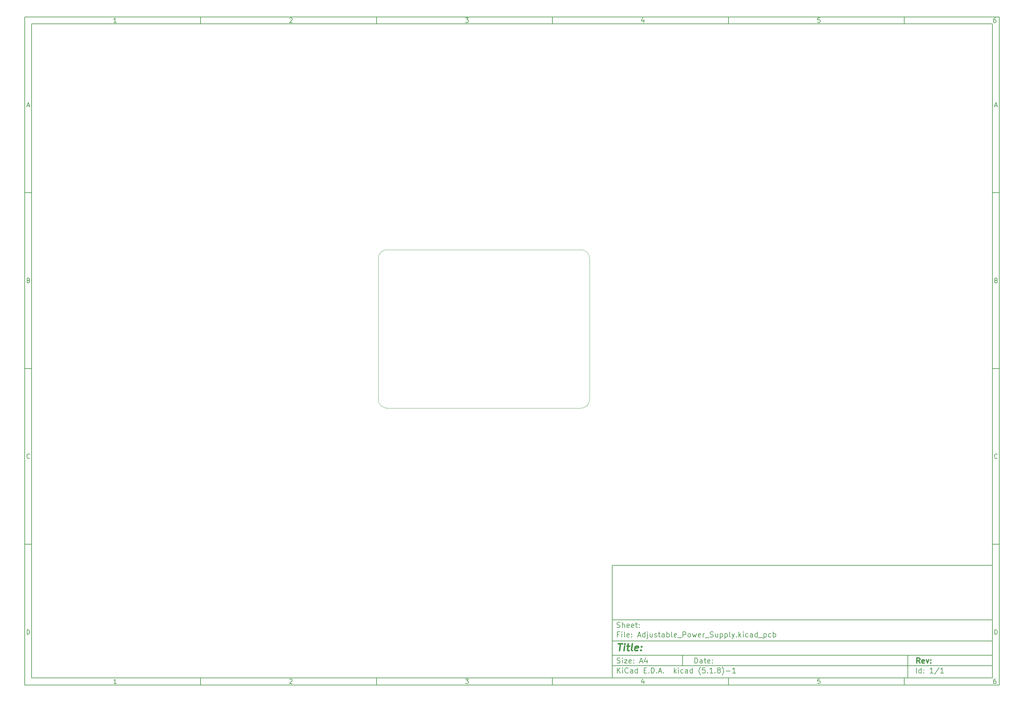
<source format=gm1>
%TF.GenerationSoftware,KiCad,Pcbnew,(5.1.8)-1*%
%TF.CreationDate,2021-07-18T20:21:09-07:00*%
%TF.ProjectId,Adjustable_Power_Supply,41646a75-7374-4616-926c-655f506f7765,rev?*%
%TF.SameCoordinates,Original*%
%TF.FileFunction,Profile,NP*%
%FSLAX46Y46*%
G04 Gerber Fmt 4.6, Leading zero omitted, Abs format (unit mm)*
G04 Created by KiCad (PCBNEW (5.1.8)-1) date 2021-07-18 20:21:09*
%MOMM*%
%LPD*%
G01*
G04 APERTURE LIST*
%ADD10C,0.100000*%
%ADD11C,0.150000*%
%ADD12C,0.300000*%
%ADD13C,0.400000*%
%TA.AperFunction,Profile*%
%ADD14C,0.050000*%
%TD*%
G04 APERTURE END LIST*
D10*
D11*
X177002200Y-166007200D02*
X177002200Y-198007200D01*
X285002200Y-198007200D01*
X285002200Y-166007200D01*
X177002200Y-166007200D01*
D10*
D11*
X10000000Y-10000000D02*
X10000000Y-200007200D01*
X287002200Y-200007200D01*
X287002200Y-10000000D01*
X10000000Y-10000000D01*
D10*
D11*
X12000000Y-12000000D02*
X12000000Y-198007200D01*
X285002200Y-198007200D01*
X285002200Y-12000000D01*
X12000000Y-12000000D01*
D10*
D11*
X60000000Y-12000000D02*
X60000000Y-10000000D01*
D10*
D11*
X110000000Y-12000000D02*
X110000000Y-10000000D01*
D10*
D11*
X160000000Y-12000000D02*
X160000000Y-10000000D01*
D10*
D11*
X210000000Y-12000000D02*
X210000000Y-10000000D01*
D10*
D11*
X260000000Y-12000000D02*
X260000000Y-10000000D01*
D10*
D11*
X36065476Y-11588095D02*
X35322619Y-11588095D01*
X35694047Y-11588095D02*
X35694047Y-10288095D01*
X35570238Y-10473809D01*
X35446428Y-10597619D01*
X35322619Y-10659523D01*
D10*
D11*
X85322619Y-10411904D02*
X85384523Y-10350000D01*
X85508333Y-10288095D01*
X85817857Y-10288095D01*
X85941666Y-10350000D01*
X86003571Y-10411904D01*
X86065476Y-10535714D01*
X86065476Y-10659523D01*
X86003571Y-10845238D01*
X85260714Y-11588095D01*
X86065476Y-11588095D01*
D10*
D11*
X135260714Y-10288095D02*
X136065476Y-10288095D01*
X135632142Y-10783333D01*
X135817857Y-10783333D01*
X135941666Y-10845238D01*
X136003571Y-10907142D01*
X136065476Y-11030952D01*
X136065476Y-11340476D01*
X136003571Y-11464285D01*
X135941666Y-11526190D01*
X135817857Y-11588095D01*
X135446428Y-11588095D01*
X135322619Y-11526190D01*
X135260714Y-11464285D01*
D10*
D11*
X185941666Y-10721428D02*
X185941666Y-11588095D01*
X185632142Y-10226190D02*
X185322619Y-11154761D01*
X186127380Y-11154761D01*
D10*
D11*
X236003571Y-10288095D02*
X235384523Y-10288095D01*
X235322619Y-10907142D01*
X235384523Y-10845238D01*
X235508333Y-10783333D01*
X235817857Y-10783333D01*
X235941666Y-10845238D01*
X236003571Y-10907142D01*
X236065476Y-11030952D01*
X236065476Y-11340476D01*
X236003571Y-11464285D01*
X235941666Y-11526190D01*
X235817857Y-11588095D01*
X235508333Y-11588095D01*
X235384523Y-11526190D01*
X235322619Y-11464285D01*
D10*
D11*
X285941666Y-10288095D02*
X285694047Y-10288095D01*
X285570238Y-10350000D01*
X285508333Y-10411904D01*
X285384523Y-10597619D01*
X285322619Y-10845238D01*
X285322619Y-11340476D01*
X285384523Y-11464285D01*
X285446428Y-11526190D01*
X285570238Y-11588095D01*
X285817857Y-11588095D01*
X285941666Y-11526190D01*
X286003571Y-11464285D01*
X286065476Y-11340476D01*
X286065476Y-11030952D01*
X286003571Y-10907142D01*
X285941666Y-10845238D01*
X285817857Y-10783333D01*
X285570238Y-10783333D01*
X285446428Y-10845238D01*
X285384523Y-10907142D01*
X285322619Y-11030952D01*
D10*
D11*
X60000000Y-198007200D02*
X60000000Y-200007200D01*
D10*
D11*
X110000000Y-198007200D02*
X110000000Y-200007200D01*
D10*
D11*
X160000000Y-198007200D02*
X160000000Y-200007200D01*
D10*
D11*
X210000000Y-198007200D02*
X210000000Y-200007200D01*
D10*
D11*
X260000000Y-198007200D02*
X260000000Y-200007200D01*
D10*
D11*
X36065476Y-199595295D02*
X35322619Y-199595295D01*
X35694047Y-199595295D02*
X35694047Y-198295295D01*
X35570238Y-198481009D01*
X35446428Y-198604819D01*
X35322619Y-198666723D01*
D10*
D11*
X85322619Y-198419104D02*
X85384523Y-198357200D01*
X85508333Y-198295295D01*
X85817857Y-198295295D01*
X85941666Y-198357200D01*
X86003571Y-198419104D01*
X86065476Y-198542914D01*
X86065476Y-198666723D01*
X86003571Y-198852438D01*
X85260714Y-199595295D01*
X86065476Y-199595295D01*
D10*
D11*
X135260714Y-198295295D02*
X136065476Y-198295295D01*
X135632142Y-198790533D01*
X135817857Y-198790533D01*
X135941666Y-198852438D01*
X136003571Y-198914342D01*
X136065476Y-199038152D01*
X136065476Y-199347676D01*
X136003571Y-199471485D01*
X135941666Y-199533390D01*
X135817857Y-199595295D01*
X135446428Y-199595295D01*
X135322619Y-199533390D01*
X135260714Y-199471485D01*
D10*
D11*
X185941666Y-198728628D02*
X185941666Y-199595295D01*
X185632142Y-198233390D02*
X185322619Y-199161961D01*
X186127380Y-199161961D01*
D10*
D11*
X236003571Y-198295295D02*
X235384523Y-198295295D01*
X235322619Y-198914342D01*
X235384523Y-198852438D01*
X235508333Y-198790533D01*
X235817857Y-198790533D01*
X235941666Y-198852438D01*
X236003571Y-198914342D01*
X236065476Y-199038152D01*
X236065476Y-199347676D01*
X236003571Y-199471485D01*
X235941666Y-199533390D01*
X235817857Y-199595295D01*
X235508333Y-199595295D01*
X235384523Y-199533390D01*
X235322619Y-199471485D01*
D10*
D11*
X285941666Y-198295295D02*
X285694047Y-198295295D01*
X285570238Y-198357200D01*
X285508333Y-198419104D01*
X285384523Y-198604819D01*
X285322619Y-198852438D01*
X285322619Y-199347676D01*
X285384523Y-199471485D01*
X285446428Y-199533390D01*
X285570238Y-199595295D01*
X285817857Y-199595295D01*
X285941666Y-199533390D01*
X286003571Y-199471485D01*
X286065476Y-199347676D01*
X286065476Y-199038152D01*
X286003571Y-198914342D01*
X285941666Y-198852438D01*
X285817857Y-198790533D01*
X285570238Y-198790533D01*
X285446428Y-198852438D01*
X285384523Y-198914342D01*
X285322619Y-199038152D01*
D10*
D11*
X10000000Y-60000000D02*
X12000000Y-60000000D01*
D10*
D11*
X10000000Y-110000000D02*
X12000000Y-110000000D01*
D10*
D11*
X10000000Y-160000000D02*
X12000000Y-160000000D01*
D10*
D11*
X10690476Y-35216666D02*
X11309523Y-35216666D01*
X10566666Y-35588095D02*
X11000000Y-34288095D01*
X11433333Y-35588095D01*
D10*
D11*
X11092857Y-84907142D02*
X11278571Y-84969047D01*
X11340476Y-85030952D01*
X11402380Y-85154761D01*
X11402380Y-85340476D01*
X11340476Y-85464285D01*
X11278571Y-85526190D01*
X11154761Y-85588095D01*
X10659523Y-85588095D01*
X10659523Y-84288095D01*
X11092857Y-84288095D01*
X11216666Y-84350000D01*
X11278571Y-84411904D01*
X11340476Y-84535714D01*
X11340476Y-84659523D01*
X11278571Y-84783333D01*
X11216666Y-84845238D01*
X11092857Y-84907142D01*
X10659523Y-84907142D01*
D10*
D11*
X11402380Y-135464285D02*
X11340476Y-135526190D01*
X11154761Y-135588095D01*
X11030952Y-135588095D01*
X10845238Y-135526190D01*
X10721428Y-135402380D01*
X10659523Y-135278571D01*
X10597619Y-135030952D01*
X10597619Y-134845238D01*
X10659523Y-134597619D01*
X10721428Y-134473809D01*
X10845238Y-134350000D01*
X11030952Y-134288095D01*
X11154761Y-134288095D01*
X11340476Y-134350000D01*
X11402380Y-134411904D01*
D10*
D11*
X10659523Y-185588095D02*
X10659523Y-184288095D01*
X10969047Y-184288095D01*
X11154761Y-184350000D01*
X11278571Y-184473809D01*
X11340476Y-184597619D01*
X11402380Y-184845238D01*
X11402380Y-185030952D01*
X11340476Y-185278571D01*
X11278571Y-185402380D01*
X11154761Y-185526190D01*
X10969047Y-185588095D01*
X10659523Y-185588095D01*
D10*
D11*
X287002200Y-60000000D02*
X285002200Y-60000000D01*
D10*
D11*
X287002200Y-110000000D02*
X285002200Y-110000000D01*
D10*
D11*
X287002200Y-160000000D02*
X285002200Y-160000000D01*
D10*
D11*
X285692676Y-35216666D02*
X286311723Y-35216666D01*
X285568866Y-35588095D02*
X286002200Y-34288095D01*
X286435533Y-35588095D01*
D10*
D11*
X286095057Y-84907142D02*
X286280771Y-84969047D01*
X286342676Y-85030952D01*
X286404580Y-85154761D01*
X286404580Y-85340476D01*
X286342676Y-85464285D01*
X286280771Y-85526190D01*
X286156961Y-85588095D01*
X285661723Y-85588095D01*
X285661723Y-84288095D01*
X286095057Y-84288095D01*
X286218866Y-84350000D01*
X286280771Y-84411904D01*
X286342676Y-84535714D01*
X286342676Y-84659523D01*
X286280771Y-84783333D01*
X286218866Y-84845238D01*
X286095057Y-84907142D01*
X285661723Y-84907142D01*
D10*
D11*
X286404580Y-135464285D02*
X286342676Y-135526190D01*
X286156961Y-135588095D01*
X286033152Y-135588095D01*
X285847438Y-135526190D01*
X285723628Y-135402380D01*
X285661723Y-135278571D01*
X285599819Y-135030952D01*
X285599819Y-134845238D01*
X285661723Y-134597619D01*
X285723628Y-134473809D01*
X285847438Y-134350000D01*
X286033152Y-134288095D01*
X286156961Y-134288095D01*
X286342676Y-134350000D01*
X286404580Y-134411904D01*
D10*
D11*
X285661723Y-185588095D02*
X285661723Y-184288095D01*
X285971247Y-184288095D01*
X286156961Y-184350000D01*
X286280771Y-184473809D01*
X286342676Y-184597619D01*
X286404580Y-184845238D01*
X286404580Y-185030952D01*
X286342676Y-185278571D01*
X286280771Y-185402380D01*
X286156961Y-185526190D01*
X285971247Y-185588095D01*
X285661723Y-185588095D01*
D10*
D11*
X200434342Y-193785771D02*
X200434342Y-192285771D01*
X200791485Y-192285771D01*
X201005771Y-192357200D01*
X201148628Y-192500057D01*
X201220057Y-192642914D01*
X201291485Y-192928628D01*
X201291485Y-193142914D01*
X201220057Y-193428628D01*
X201148628Y-193571485D01*
X201005771Y-193714342D01*
X200791485Y-193785771D01*
X200434342Y-193785771D01*
X202577200Y-193785771D02*
X202577200Y-193000057D01*
X202505771Y-192857200D01*
X202362914Y-192785771D01*
X202077200Y-192785771D01*
X201934342Y-192857200D01*
X202577200Y-193714342D02*
X202434342Y-193785771D01*
X202077200Y-193785771D01*
X201934342Y-193714342D01*
X201862914Y-193571485D01*
X201862914Y-193428628D01*
X201934342Y-193285771D01*
X202077200Y-193214342D01*
X202434342Y-193214342D01*
X202577200Y-193142914D01*
X203077200Y-192785771D02*
X203648628Y-192785771D01*
X203291485Y-192285771D02*
X203291485Y-193571485D01*
X203362914Y-193714342D01*
X203505771Y-193785771D01*
X203648628Y-193785771D01*
X204720057Y-193714342D02*
X204577200Y-193785771D01*
X204291485Y-193785771D01*
X204148628Y-193714342D01*
X204077200Y-193571485D01*
X204077200Y-193000057D01*
X204148628Y-192857200D01*
X204291485Y-192785771D01*
X204577200Y-192785771D01*
X204720057Y-192857200D01*
X204791485Y-193000057D01*
X204791485Y-193142914D01*
X204077200Y-193285771D01*
X205434342Y-193642914D02*
X205505771Y-193714342D01*
X205434342Y-193785771D01*
X205362914Y-193714342D01*
X205434342Y-193642914D01*
X205434342Y-193785771D01*
X205434342Y-192857200D02*
X205505771Y-192928628D01*
X205434342Y-193000057D01*
X205362914Y-192928628D01*
X205434342Y-192857200D01*
X205434342Y-193000057D01*
D10*
D11*
X177002200Y-194507200D02*
X285002200Y-194507200D01*
D10*
D11*
X178434342Y-196585771D02*
X178434342Y-195085771D01*
X179291485Y-196585771D02*
X178648628Y-195728628D01*
X179291485Y-195085771D02*
X178434342Y-195942914D01*
X179934342Y-196585771D02*
X179934342Y-195585771D01*
X179934342Y-195085771D02*
X179862914Y-195157200D01*
X179934342Y-195228628D01*
X180005771Y-195157200D01*
X179934342Y-195085771D01*
X179934342Y-195228628D01*
X181505771Y-196442914D02*
X181434342Y-196514342D01*
X181220057Y-196585771D01*
X181077200Y-196585771D01*
X180862914Y-196514342D01*
X180720057Y-196371485D01*
X180648628Y-196228628D01*
X180577200Y-195942914D01*
X180577200Y-195728628D01*
X180648628Y-195442914D01*
X180720057Y-195300057D01*
X180862914Y-195157200D01*
X181077200Y-195085771D01*
X181220057Y-195085771D01*
X181434342Y-195157200D01*
X181505771Y-195228628D01*
X182791485Y-196585771D02*
X182791485Y-195800057D01*
X182720057Y-195657200D01*
X182577200Y-195585771D01*
X182291485Y-195585771D01*
X182148628Y-195657200D01*
X182791485Y-196514342D02*
X182648628Y-196585771D01*
X182291485Y-196585771D01*
X182148628Y-196514342D01*
X182077200Y-196371485D01*
X182077200Y-196228628D01*
X182148628Y-196085771D01*
X182291485Y-196014342D01*
X182648628Y-196014342D01*
X182791485Y-195942914D01*
X184148628Y-196585771D02*
X184148628Y-195085771D01*
X184148628Y-196514342D02*
X184005771Y-196585771D01*
X183720057Y-196585771D01*
X183577200Y-196514342D01*
X183505771Y-196442914D01*
X183434342Y-196300057D01*
X183434342Y-195871485D01*
X183505771Y-195728628D01*
X183577200Y-195657200D01*
X183720057Y-195585771D01*
X184005771Y-195585771D01*
X184148628Y-195657200D01*
X186005771Y-195800057D02*
X186505771Y-195800057D01*
X186720057Y-196585771D02*
X186005771Y-196585771D01*
X186005771Y-195085771D01*
X186720057Y-195085771D01*
X187362914Y-196442914D02*
X187434342Y-196514342D01*
X187362914Y-196585771D01*
X187291485Y-196514342D01*
X187362914Y-196442914D01*
X187362914Y-196585771D01*
X188077200Y-196585771D02*
X188077200Y-195085771D01*
X188434342Y-195085771D01*
X188648628Y-195157200D01*
X188791485Y-195300057D01*
X188862914Y-195442914D01*
X188934342Y-195728628D01*
X188934342Y-195942914D01*
X188862914Y-196228628D01*
X188791485Y-196371485D01*
X188648628Y-196514342D01*
X188434342Y-196585771D01*
X188077200Y-196585771D01*
X189577200Y-196442914D02*
X189648628Y-196514342D01*
X189577200Y-196585771D01*
X189505771Y-196514342D01*
X189577200Y-196442914D01*
X189577200Y-196585771D01*
X190220057Y-196157200D02*
X190934342Y-196157200D01*
X190077200Y-196585771D02*
X190577200Y-195085771D01*
X191077200Y-196585771D01*
X191577200Y-196442914D02*
X191648628Y-196514342D01*
X191577200Y-196585771D01*
X191505771Y-196514342D01*
X191577200Y-196442914D01*
X191577200Y-196585771D01*
X194577200Y-196585771D02*
X194577200Y-195085771D01*
X194720057Y-196014342D02*
X195148628Y-196585771D01*
X195148628Y-195585771D02*
X194577200Y-196157200D01*
X195791485Y-196585771D02*
X195791485Y-195585771D01*
X195791485Y-195085771D02*
X195720057Y-195157200D01*
X195791485Y-195228628D01*
X195862914Y-195157200D01*
X195791485Y-195085771D01*
X195791485Y-195228628D01*
X197148628Y-196514342D02*
X197005771Y-196585771D01*
X196720057Y-196585771D01*
X196577200Y-196514342D01*
X196505771Y-196442914D01*
X196434342Y-196300057D01*
X196434342Y-195871485D01*
X196505771Y-195728628D01*
X196577200Y-195657200D01*
X196720057Y-195585771D01*
X197005771Y-195585771D01*
X197148628Y-195657200D01*
X198434342Y-196585771D02*
X198434342Y-195800057D01*
X198362914Y-195657200D01*
X198220057Y-195585771D01*
X197934342Y-195585771D01*
X197791485Y-195657200D01*
X198434342Y-196514342D02*
X198291485Y-196585771D01*
X197934342Y-196585771D01*
X197791485Y-196514342D01*
X197720057Y-196371485D01*
X197720057Y-196228628D01*
X197791485Y-196085771D01*
X197934342Y-196014342D01*
X198291485Y-196014342D01*
X198434342Y-195942914D01*
X199791485Y-196585771D02*
X199791485Y-195085771D01*
X199791485Y-196514342D02*
X199648628Y-196585771D01*
X199362914Y-196585771D01*
X199220057Y-196514342D01*
X199148628Y-196442914D01*
X199077200Y-196300057D01*
X199077200Y-195871485D01*
X199148628Y-195728628D01*
X199220057Y-195657200D01*
X199362914Y-195585771D01*
X199648628Y-195585771D01*
X199791485Y-195657200D01*
X202077200Y-197157200D02*
X202005771Y-197085771D01*
X201862914Y-196871485D01*
X201791485Y-196728628D01*
X201720057Y-196514342D01*
X201648628Y-196157200D01*
X201648628Y-195871485D01*
X201720057Y-195514342D01*
X201791485Y-195300057D01*
X201862914Y-195157200D01*
X202005771Y-194942914D01*
X202077200Y-194871485D01*
X203362914Y-195085771D02*
X202648628Y-195085771D01*
X202577200Y-195800057D01*
X202648628Y-195728628D01*
X202791485Y-195657200D01*
X203148628Y-195657200D01*
X203291485Y-195728628D01*
X203362914Y-195800057D01*
X203434342Y-195942914D01*
X203434342Y-196300057D01*
X203362914Y-196442914D01*
X203291485Y-196514342D01*
X203148628Y-196585771D01*
X202791485Y-196585771D01*
X202648628Y-196514342D01*
X202577200Y-196442914D01*
X204077200Y-196442914D02*
X204148628Y-196514342D01*
X204077200Y-196585771D01*
X204005771Y-196514342D01*
X204077200Y-196442914D01*
X204077200Y-196585771D01*
X205577200Y-196585771D02*
X204720057Y-196585771D01*
X205148628Y-196585771D02*
X205148628Y-195085771D01*
X205005771Y-195300057D01*
X204862914Y-195442914D01*
X204720057Y-195514342D01*
X206220057Y-196442914D02*
X206291485Y-196514342D01*
X206220057Y-196585771D01*
X206148628Y-196514342D01*
X206220057Y-196442914D01*
X206220057Y-196585771D01*
X207148628Y-195728628D02*
X207005771Y-195657200D01*
X206934342Y-195585771D01*
X206862914Y-195442914D01*
X206862914Y-195371485D01*
X206934342Y-195228628D01*
X207005771Y-195157200D01*
X207148628Y-195085771D01*
X207434342Y-195085771D01*
X207577200Y-195157200D01*
X207648628Y-195228628D01*
X207720057Y-195371485D01*
X207720057Y-195442914D01*
X207648628Y-195585771D01*
X207577200Y-195657200D01*
X207434342Y-195728628D01*
X207148628Y-195728628D01*
X207005771Y-195800057D01*
X206934342Y-195871485D01*
X206862914Y-196014342D01*
X206862914Y-196300057D01*
X206934342Y-196442914D01*
X207005771Y-196514342D01*
X207148628Y-196585771D01*
X207434342Y-196585771D01*
X207577200Y-196514342D01*
X207648628Y-196442914D01*
X207720057Y-196300057D01*
X207720057Y-196014342D01*
X207648628Y-195871485D01*
X207577200Y-195800057D01*
X207434342Y-195728628D01*
X208220057Y-197157200D02*
X208291485Y-197085771D01*
X208434342Y-196871485D01*
X208505771Y-196728628D01*
X208577200Y-196514342D01*
X208648628Y-196157200D01*
X208648628Y-195871485D01*
X208577200Y-195514342D01*
X208505771Y-195300057D01*
X208434342Y-195157200D01*
X208291485Y-194942914D01*
X208220057Y-194871485D01*
X209362914Y-196014342D02*
X210505771Y-196014342D01*
X212005771Y-196585771D02*
X211148628Y-196585771D01*
X211577200Y-196585771D02*
X211577200Y-195085771D01*
X211434342Y-195300057D01*
X211291485Y-195442914D01*
X211148628Y-195514342D01*
D10*
D11*
X177002200Y-191507200D02*
X285002200Y-191507200D01*
D10*
D12*
X264411485Y-193785771D02*
X263911485Y-193071485D01*
X263554342Y-193785771D02*
X263554342Y-192285771D01*
X264125771Y-192285771D01*
X264268628Y-192357200D01*
X264340057Y-192428628D01*
X264411485Y-192571485D01*
X264411485Y-192785771D01*
X264340057Y-192928628D01*
X264268628Y-193000057D01*
X264125771Y-193071485D01*
X263554342Y-193071485D01*
X265625771Y-193714342D02*
X265482914Y-193785771D01*
X265197200Y-193785771D01*
X265054342Y-193714342D01*
X264982914Y-193571485D01*
X264982914Y-193000057D01*
X265054342Y-192857200D01*
X265197200Y-192785771D01*
X265482914Y-192785771D01*
X265625771Y-192857200D01*
X265697200Y-193000057D01*
X265697200Y-193142914D01*
X264982914Y-193285771D01*
X266197200Y-192785771D02*
X266554342Y-193785771D01*
X266911485Y-192785771D01*
X267482914Y-193642914D02*
X267554342Y-193714342D01*
X267482914Y-193785771D01*
X267411485Y-193714342D01*
X267482914Y-193642914D01*
X267482914Y-193785771D01*
X267482914Y-192857200D02*
X267554342Y-192928628D01*
X267482914Y-193000057D01*
X267411485Y-192928628D01*
X267482914Y-192857200D01*
X267482914Y-193000057D01*
D10*
D11*
X178362914Y-193714342D02*
X178577200Y-193785771D01*
X178934342Y-193785771D01*
X179077200Y-193714342D01*
X179148628Y-193642914D01*
X179220057Y-193500057D01*
X179220057Y-193357200D01*
X179148628Y-193214342D01*
X179077200Y-193142914D01*
X178934342Y-193071485D01*
X178648628Y-193000057D01*
X178505771Y-192928628D01*
X178434342Y-192857200D01*
X178362914Y-192714342D01*
X178362914Y-192571485D01*
X178434342Y-192428628D01*
X178505771Y-192357200D01*
X178648628Y-192285771D01*
X179005771Y-192285771D01*
X179220057Y-192357200D01*
X179862914Y-193785771D02*
X179862914Y-192785771D01*
X179862914Y-192285771D02*
X179791485Y-192357200D01*
X179862914Y-192428628D01*
X179934342Y-192357200D01*
X179862914Y-192285771D01*
X179862914Y-192428628D01*
X180434342Y-192785771D02*
X181220057Y-192785771D01*
X180434342Y-193785771D01*
X181220057Y-193785771D01*
X182362914Y-193714342D02*
X182220057Y-193785771D01*
X181934342Y-193785771D01*
X181791485Y-193714342D01*
X181720057Y-193571485D01*
X181720057Y-193000057D01*
X181791485Y-192857200D01*
X181934342Y-192785771D01*
X182220057Y-192785771D01*
X182362914Y-192857200D01*
X182434342Y-193000057D01*
X182434342Y-193142914D01*
X181720057Y-193285771D01*
X183077200Y-193642914D02*
X183148628Y-193714342D01*
X183077200Y-193785771D01*
X183005771Y-193714342D01*
X183077200Y-193642914D01*
X183077200Y-193785771D01*
X183077200Y-192857200D02*
X183148628Y-192928628D01*
X183077200Y-193000057D01*
X183005771Y-192928628D01*
X183077200Y-192857200D01*
X183077200Y-193000057D01*
X184862914Y-193357200D02*
X185577200Y-193357200D01*
X184720057Y-193785771D02*
X185220057Y-192285771D01*
X185720057Y-193785771D01*
X186862914Y-192785771D02*
X186862914Y-193785771D01*
X186505771Y-192214342D02*
X186148628Y-193285771D01*
X187077200Y-193285771D01*
D10*
D11*
X263434342Y-196585771D02*
X263434342Y-195085771D01*
X264791485Y-196585771D02*
X264791485Y-195085771D01*
X264791485Y-196514342D02*
X264648628Y-196585771D01*
X264362914Y-196585771D01*
X264220057Y-196514342D01*
X264148628Y-196442914D01*
X264077200Y-196300057D01*
X264077200Y-195871485D01*
X264148628Y-195728628D01*
X264220057Y-195657200D01*
X264362914Y-195585771D01*
X264648628Y-195585771D01*
X264791485Y-195657200D01*
X265505771Y-196442914D02*
X265577200Y-196514342D01*
X265505771Y-196585771D01*
X265434342Y-196514342D01*
X265505771Y-196442914D01*
X265505771Y-196585771D01*
X265505771Y-195657200D02*
X265577200Y-195728628D01*
X265505771Y-195800057D01*
X265434342Y-195728628D01*
X265505771Y-195657200D01*
X265505771Y-195800057D01*
X268148628Y-196585771D02*
X267291485Y-196585771D01*
X267720057Y-196585771D02*
X267720057Y-195085771D01*
X267577200Y-195300057D01*
X267434342Y-195442914D01*
X267291485Y-195514342D01*
X269862914Y-195014342D02*
X268577200Y-196942914D01*
X271148628Y-196585771D02*
X270291485Y-196585771D01*
X270720057Y-196585771D02*
X270720057Y-195085771D01*
X270577200Y-195300057D01*
X270434342Y-195442914D01*
X270291485Y-195514342D01*
D10*
D11*
X177002200Y-187507200D02*
X285002200Y-187507200D01*
D10*
D13*
X178714580Y-188211961D02*
X179857438Y-188211961D01*
X179036009Y-190211961D02*
X179286009Y-188211961D01*
X180274104Y-190211961D02*
X180440771Y-188878628D01*
X180524104Y-188211961D02*
X180416961Y-188307200D01*
X180500295Y-188402438D01*
X180607438Y-188307200D01*
X180524104Y-188211961D01*
X180500295Y-188402438D01*
X181107438Y-188878628D02*
X181869342Y-188878628D01*
X181476485Y-188211961D02*
X181262200Y-189926247D01*
X181333628Y-190116723D01*
X181512200Y-190211961D01*
X181702676Y-190211961D01*
X182655057Y-190211961D02*
X182476485Y-190116723D01*
X182405057Y-189926247D01*
X182619342Y-188211961D01*
X184190771Y-190116723D02*
X183988390Y-190211961D01*
X183607438Y-190211961D01*
X183428866Y-190116723D01*
X183357438Y-189926247D01*
X183452676Y-189164342D01*
X183571723Y-188973866D01*
X183774104Y-188878628D01*
X184155057Y-188878628D01*
X184333628Y-188973866D01*
X184405057Y-189164342D01*
X184381247Y-189354819D01*
X183405057Y-189545295D01*
X185155057Y-190021485D02*
X185238390Y-190116723D01*
X185131247Y-190211961D01*
X185047914Y-190116723D01*
X185155057Y-190021485D01*
X185131247Y-190211961D01*
X185286009Y-188973866D02*
X185369342Y-189069104D01*
X185262200Y-189164342D01*
X185178866Y-189069104D01*
X185286009Y-188973866D01*
X185262200Y-189164342D01*
D10*
D11*
X178934342Y-185600057D02*
X178434342Y-185600057D01*
X178434342Y-186385771D02*
X178434342Y-184885771D01*
X179148628Y-184885771D01*
X179720057Y-186385771D02*
X179720057Y-185385771D01*
X179720057Y-184885771D02*
X179648628Y-184957200D01*
X179720057Y-185028628D01*
X179791485Y-184957200D01*
X179720057Y-184885771D01*
X179720057Y-185028628D01*
X180648628Y-186385771D02*
X180505771Y-186314342D01*
X180434342Y-186171485D01*
X180434342Y-184885771D01*
X181791485Y-186314342D02*
X181648628Y-186385771D01*
X181362914Y-186385771D01*
X181220057Y-186314342D01*
X181148628Y-186171485D01*
X181148628Y-185600057D01*
X181220057Y-185457200D01*
X181362914Y-185385771D01*
X181648628Y-185385771D01*
X181791485Y-185457200D01*
X181862914Y-185600057D01*
X181862914Y-185742914D01*
X181148628Y-185885771D01*
X182505771Y-186242914D02*
X182577200Y-186314342D01*
X182505771Y-186385771D01*
X182434342Y-186314342D01*
X182505771Y-186242914D01*
X182505771Y-186385771D01*
X182505771Y-185457200D02*
X182577200Y-185528628D01*
X182505771Y-185600057D01*
X182434342Y-185528628D01*
X182505771Y-185457200D01*
X182505771Y-185600057D01*
X184291485Y-185957200D02*
X185005771Y-185957200D01*
X184148628Y-186385771D02*
X184648628Y-184885771D01*
X185148628Y-186385771D01*
X186291485Y-186385771D02*
X186291485Y-184885771D01*
X186291485Y-186314342D02*
X186148628Y-186385771D01*
X185862914Y-186385771D01*
X185720057Y-186314342D01*
X185648628Y-186242914D01*
X185577200Y-186100057D01*
X185577200Y-185671485D01*
X185648628Y-185528628D01*
X185720057Y-185457200D01*
X185862914Y-185385771D01*
X186148628Y-185385771D01*
X186291485Y-185457200D01*
X187005771Y-185385771D02*
X187005771Y-186671485D01*
X186934342Y-186814342D01*
X186791485Y-186885771D01*
X186720057Y-186885771D01*
X187005771Y-184885771D02*
X186934342Y-184957200D01*
X187005771Y-185028628D01*
X187077200Y-184957200D01*
X187005771Y-184885771D01*
X187005771Y-185028628D01*
X188362914Y-185385771D02*
X188362914Y-186385771D01*
X187720057Y-185385771D02*
X187720057Y-186171485D01*
X187791485Y-186314342D01*
X187934342Y-186385771D01*
X188148628Y-186385771D01*
X188291485Y-186314342D01*
X188362914Y-186242914D01*
X189005771Y-186314342D02*
X189148628Y-186385771D01*
X189434342Y-186385771D01*
X189577200Y-186314342D01*
X189648628Y-186171485D01*
X189648628Y-186100057D01*
X189577200Y-185957200D01*
X189434342Y-185885771D01*
X189220057Y-185885771D01*
X189077200Y-185814342D01*
X189005771Y-185671485D01*
X189005771Y-185600057D01*
X189077200Y-185457200D01*
X189220057Y-185385771D01*
X189434342Y-185385771D01*
X189577200Y-185457200D01*
X190077200Y-185385771D02*
X190648628Y-185385771D01*
X190291485Y-184885771D02*
X190291485Y-186171485D01*
X190362914Y-186314342D01*
X190505771Y-186385771D01*
X190648628Y-186385771D01*
X191791485Y-186385771D02*
X191791485Y-185600057D01*
X191720057Y-185457200D01*
X191577200Y-185385771D01*
X191291485Y-185385771D01*
X191148628Y-185457200D01*
X191791485Y-186314342D02*
X191648628Y-186385771D01*
X191291485Y-186385771D01*
X191148628Y-186314342D01*
X191077200Y-186171485D01*
X191077200Y-186028628D01*
X191148628Y-185885771D01*
X191291485Y-185814342D01*
X191648628Y-185814342D01*
X191791485Y-185742914D01*
X192505771Y-186385771D02*
X192505771Y-184885771D01*
X192505771Y-185457200D02*
X192648628Y-185385771D01*
X192934342Y-185385771D01*
X193077200Y-185457200D01*
X193148628Y-185528628D01*
X193220057Y-185671485D01*
X193220057Y-186100057D01*
X193148628Y-186242914D01*
X193077200Y-186314342D01*
X192934342Y-186385771D01*
X192648628Y-186385771D01*
X192505771Y-186314342D01*
X194077200Y-186385771D02*
X193934342Y-186314342D01*
X193862914Y-186171485D01*
X193862914Y-184885771D01*
X195220057Y-186314342D02*
X195077200Y-186385771D01*
X194791485Y-186385771D01*
X194648628Y-186314342D01*
X194577200Y-186171485D01*
X194577200Y-185600057D01*
X194648628Y-185457200D01*
X194791485Y-185385771D01*
X195077200Y-185385771D01*
X195220057Y-185457200D01*
X195291485Y-185600057D01*
X195291485Y-185742914D01*
X194577200Y-185885771D01*
X195577200Y-186528628D02*
X196720057Y-186528628D01*
X197077200Y-186385771D02*
X197077200Y-184885771D01*
X197648628Y-184885771D01*
X197791485Y-184957200D01*
X197862914Y-185028628D01*
X197934342Y-185171485D01*
X197934342Y-185385771D01*
X197862914Y-185528628D01*
X197791485Y-185600057D01*
X197648628Y-185671485D01*
X197077200Y-185671485D01*
X198791485Y-186385771D02*
X198648628Y-186314342D01*
X198577200Y-186242914D01*
X198505771Y-186100057D01*
X198505771Y-185671485D01*
X198577200Y-185528628D01*
X198648628Y-185457200D01*
X198791485Y-185385771D01*
X199005771Y-185385771D01*
X199148628Y-185457200D01*
X199220057Y-185528628D01*
X199291485Y-185671485D01*
X199291485Y-186100057D01*
X199220057Y-186242914D01*
X199148628Y-186314342D01*
X199005771Y-186385771D01*
X198791485Y-186385771D01*
X199791485Y-185385771D02*
X200077200Y-186385771D01*
X200362914Y-185671485D01*
X200648628Y-186385771D01*
X200934342Y-185385771D01*
X202077200Y-186314342D02*
X201934342Y-186385771D01*
X201648628Y-186385771D01*
X201505771Y-186314342D01*
X201434342Y-186171485D01*
X201434342Y-185600057D01*
X201505771Y-185457200D01*
X201648628Y-185385771D01*
X201934342Y-185385771D01*
X202077200Y-185457200D01*
X202148628Y-185600057D01*
X202148628Y-185742914D01*
X201434342Y-185885771D01*
X202791485Y-186385771D02*
X202791485Y-185385771D01*
X202791485Y-185671485D02*
X202862914Y-185528628D01*
X202934342Y-185457200D01*
X203077200Y-185385771D01*
X203220057Y-185385771D01*
X203362914Y-186528628D02*
X204505771Y-186528628D01*
X204791485Y-186314342D02*
X205005771Y-186385771D01*
X205362914Y-186385771D01*
X205505771Y-186314342D01*
X205577200Y-186242914D01*
X205648628Y-186100057D01*
X205648628Y-185957200D01*
X205577200Y-185814342D01*
X205505771Y-185742914D01*
X205362914Y-185671485D01*
X205077200Y-185600057D01*
X204934342Y-185528628D01*
X204862914Y-185457200D01*
X204791485Y-185314342D01*
X204791485Y-185171485D01*
X204862914Y-185028628D01*
X204934342Y-184957200D01*
X205077200Y-184885771D01*
X205434342Y-184885771D01*
X205648628Y-184957200D01*
X206934342Y-185385771D02*
X206934342Y-186385771D01*
X206291485Y-185385771D02*
X206291485Y-186171485D01*
X206362914Y-186314342D01*
X206505771Y-186385771D01*
X206720057Y-186385771D01*
X206862914Y-186314342D01*
X206934342Y-186242914D01*
X207648628Y-185385771D02*
X207648628Y-186885771D01*
X207648628Y-185457200D02*
X207791485Y-185385771D01*
X208077200Y-185385771D01*
X208220057Y-185457200D01*
X208291485Y-185528628D01*
X208362914Y-185671485D01*
X208362914Y-186100057D01*
X208291485Y-186242914D01*
X208220057Y-186314342D01*
X208077200Y-186385771D01*
X207791485Y-186385771D01*
X207648628Y-186314342D01*
X209005771Y-185385771D02*
X209005771Y-186885771D01*
X209005771Y-185457200D02*
X209148628Y-185385771D01*
X209434342Y-185385771D01*
X209577200Y-185457200D01*
X209648628Y-185528628D01*
X209720057Y-185671485D01*
X209720057Y-186100057D01*
X209648628Y-186242914D01*
X209577200Y-186314342D01*
X209434342Y-186385771D01*
X209148628Y-186385771D01*
X209005771Y-186314342D01*
X210577200Y-186385771D02*
X210434342Y-186314342D01*
X210362914Y-186171485D01*
X210362914Y-184885771D01*
X211005771Y-185385771D02*
X211362914Y-186385771D01*
X211720057Y-185385771D02*
X211362914Y-186385771D01*
X211220057Y-186742914D01*
X211148628Y-186814342D01*
X211005771Y-186885771D01*
X212291485Y-186242914D02*
X212362914Y-186314342D01*
X212291485Y-186385771D01*
X212220057Y-186314342D01*
X212291485Y-186242914D01*
X212291485Y-186385771D01*
X213005771Y-186385771D02*
X213005771Y-184885771D01*
X213148628Y-185814342D02*
X213577200Y-186385771D01*
X213577200Y-185385771D02*
X213005771Y-185957200D01*
X214220057Y-186385771D02*
X214220057Y-185385771D01*
X214220057Y-184885771D02*
X214148628Y-184957200D01*
X214220057Y-185028628D01*
X214291485Y-184957200D01*
X214220057Y-184885771D01*
X214220057Y-185028628D01*
X215577200Y-186314342D02*
X215434342Y-186385771D01*
X215148628Y-186385771D01*
X215005771Y-186314342D01*
X214934342Y-186242914D01*
X214862914Y-186100057D01*
X214862914Y-185671485D01*
X214934342Y-185528628D01*
X215005771Y-185457200D01*
X215148628Y-185385771D01*
X215434342Y-185385771D01*
X215577200Y-185457200D01*
X216862914Y-186385771D02*
X216862914Y-185600057D01*
X216791485Y-185457200D01*
X216648628Y-185385771D01*
X216362914Y-185385771D01*
X216220057Y-185457200D01*
X216862914Y-186314342D02*
X216720057Y-186385771D01*
X216362914Y-186385771D01*
X216220057Y-186314342D01*
X216148628Y-186171485D01*
X216148628Y-186028628D01*
X216220057Y-185885771D01*
X216362914Y-185814342D01*
X216720057Y-185814342D01*
X216862914Y-185742914D01*
X218220057Y-186385771D02*
X218220057Y-184885771D01*
X218220057Y-186314342D02*
X218077200Y-186385771D01*
X217791485Y-186385771D01*
X217648628Y-186314342D01*
X217577200Y-186242914D01*
X217505771Y-186100057D01*
X217505771Y-185671485D01*
X217577200Y-185528628D01*
X217648628Y-185457200D01*
X217791485Y-185385771D01*
X218077200Y-185385771D01*
X218220057Y-185457200D01*
X218577200Y-186528628D02*
X219720057Y-186528628D01*
X220077200Y-185385771D02*
X220077200Y-186885771D01*
X220077200Y-185457200D02*
X220220057Y-185385771D01*
X220505771Y-185385771D01*
X220648628Y-185457200D01*
X220720057Y-185528628D01*
X220791485Y-185671485D01*
X220791485Y-186100057D01*
X220720057Y-186242914D01*
X220648628Y-186314342D01*
X220505771Y-186385771D01*
X220220057Y-186385771D01*
X220077200Y-186314342D01*
X222077200Y-186314342D02*
X221934342Y-186385771D01*
X221648628Y-186385771D01*
X221505771Y-186314342D01*
X221434342Y-186242914D01*
X221362914Y-186100057D01*
X221362914Y-185671485D01*
X221434342Y-185528628D01*
X221505771Y-185457200D01*
X221648628Y-185385771D01*
X221934342Y-185385771D01*
X222077200Y-185457200D01*
X222720057Y-186385771D02*
X222720057Y-184885771D01*
X222720057Y-185457200D02*
X222862914Y-185385771D01*
X223148628Y-185385771D01*
X223291485Y-185457200D01*
X223362914Y-185528628D01*
X223434342Y-185671485D01*
X223434342Y-186100057D01*
X223362914Y-186242914D01*
X223291485Y-186314342D01*
X223148628Y-186385771D01*
X222862914Y-186385771D01*
X222720057Y-186314342D01*
D10*
D11*
X177002200Y-181507200D02*
X285002200Y-181507200D01*
D10*
D11*
X178362914Y-183614342D02*
X178577200Y-183685771D01*
X178934342Y-183685771D01*
X179077200Y-183614342D01*
X179148628Y-183542914D01*
X179220057Y-183400057D01*
X179220057Y-183257200D01*
X179148628Y-183114342D01*
X179077200Y-183042914D01*
X178934342Y-182971485D01*
X178648628Y-182900057D01*
X178505771Y-182828628D01*
X178434342Y-182757200D01*
X178362914Y-182614342D01*
X178362914Y-182471485D01*
X178434342Y-182328628D01*
X178505771Y-182257200D01*
X178648628Y-182185771D01*
X179005771Y-182185771D01*
X179220057Y-182257200D01*
X179862914Y-183685771D02*
X179862914Y-182185771D01*
X180505771Y-183685771D02*
X180505771Y-182900057D01*
X180434342Y-182757200D01*
X180291485Y-182685771D01*
X180077200Y-182685771D01*
X179934342Y-182757200D01*
X179862914Y-182828628D01*
X181791485Y-183614342D02*
X181648628Y-183685771D01*
X181362914Y-183685771D01*
X181220057Y-183614342D01*
X181148628Y-183471485D01*
X181148628Y-182900057D01*
X181220057Y-182757200D01*
X181362914Y-182685771D01*
X181648628Y-182685771D01*
X181791485Y-182757200D01*
X181862914Y-182900057D01*
X181862914Y-183042914D01*
X181148628Y-183185771D01*
X183077200Y-183614342D02*
X182934342Y-183685771D01*
X182648628Y-183685771D01*
X182505771Y-183614342D01*
X182434342Y-183471485D01*
X182434342Y-182900057D01*
X182505771Y-182757200D01*
X182648628Y-182685771D01*
X182934342Y-182685771D01*
X183077200Y-182757200D01*
X183148628Y-182900057D01*
X183148628Y-183042914D01*
X182434342Y-183185771D01*
X183577200Y-182685771D02*
X184148628Y-182685771D01*
X183791485Y-182185771D02*
X183791485Y-183471485D01*
X183862914Y-183614342D01*
X184005771Y-183685771D01*
X184148628Y-183685771D01*
X184648628Y-183542914D02*
X184720057Y-183614342D01*
X184648628Y-183685771D01*
X184577200Y-183614342D01*
X184648628Y-183542914D01*
X184648628Y-183685771D01*
X184648628Y-182757200D02*
X184720057Y-182828628D01*
X184648628Y-182900057D01*
X184577200Y-182828628D01*
X184648628Y-182757200D01*
X184648628Y-182900057D01*
D10*
D11*
X197002200Y-191507200D02*
X197002200Y-194507200D01*
D10*
D11*
X261002200Y-191507200D02*
X261002200Y-198007200D01*
D14*
X113030000Y-76200000D02*
X168030000Y-76200000D01*
X110490000Y-118740000D02*
X110490000Y-78740000D01*
X168030000Y-121285000D02*
X112785000Y-121285000D01*
X170570000Y-78740000D02*
X170570000Y-118745000D01*
X168030000Y-76200000D02*
G75*
G02*
X170570000Y-78740000I0J-2540000D01*
G01*
X170570000Y-118740000D02*
G75*
G02*
X168030000Y-121280000I-2540000J0D01*
G01*
X113030000Y-121280000D02*
G75*
G02*
X110490000Y-118740000I0J2540000D01*
G01*
X110490000Y-78740000D02*
G75*
G02*
X113030000Y-76200000I2540000J0D01*
G01*
M02*

</source>
